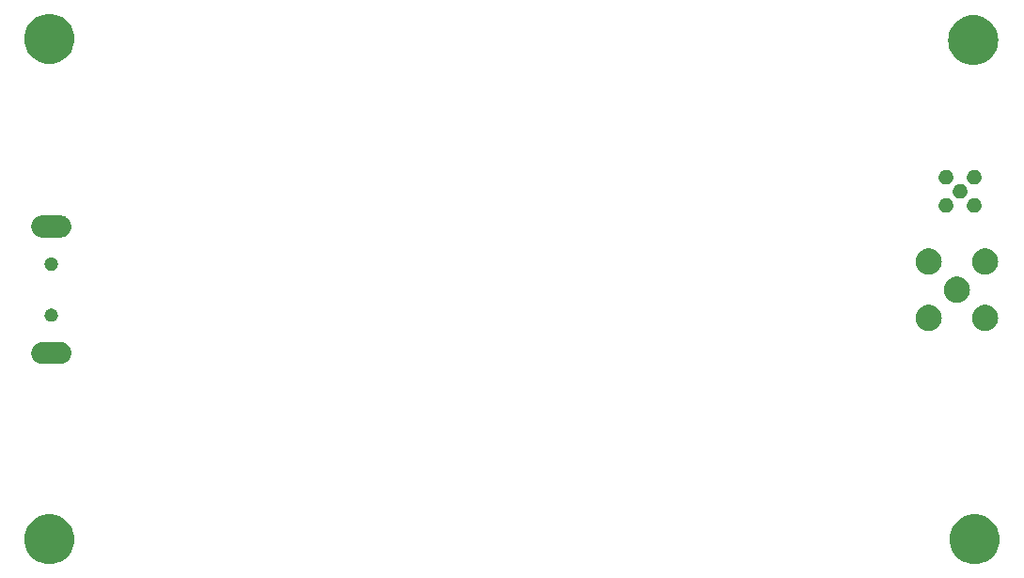
<source format=gbr>
G04 #@! TF.GenerationSoftware,KiCad,Pcbnew,7.0.6*
G04 #@! TF.CreationDate,2023-07-12T10:32:07-06:00*
G04 #@! TF.ProjectId,L1IFStream,4c314946-5374-4726-9561-6d2e6b696361,A*
G04 #@! TF.SameCoordinates,Original*
G04 #@! TF.FileFunction,Soldermask,Bot*
G04 #@! TF.FilePolarity,Negative*
%FSLAX46Y46*%
G04 Gerber Fmt 4.6, Leading zero omitted, Abs format (unit mm)*
G04 Created by KiCad (PCBNEW 7.0.6) date 2023-07-12 10:32:07*
%MOMM*%
%LPD*%
G01*
G04 APERTURE LIST*
G04 APERTURE END LIST*
G36*
X93003788Y-118418456D02*
G01*
X93292550Y-118475894D01*
X93571344Y-118570532D01*
X93835400Y-118700750D01*
X94080200Y-118864320D01*
X94301556Y-119058444D01*
X94495680Y-119279800D01*
X94659250Y-119524600D01*
X94789468Y-119788656D01*
X94884106Y-120067450D01*
X94941544Y-120356212D01*
X94960800Y-120650000D01*
X94941544Y-120943788D01*
X94884106Y-121232550D01*
X94789468Y-121511344D01*
X94659250Y-121775400D01*
X94495680Y-122020200D01*
X94301556Y-122241556D01*
X94080200Y-122435680D01*
X93835400Y-122599250D01*
X93571344Y-122729468D01*
X93292550Y-122824106D01*
X93003788Y-122881544D01*
X92710000Y-122900800D01*
X92416212Y-122881544D01*
X92127450Y-122824106D01*
X91848656Y-122729468D01*
X91584600Y-122599250D01*
X91339800Y-122435680D01*
X91118444Y-122241556D01*
X90924320Y-122020200D01*
X90760750Y-121775400D01*
X90630532Y-121511344D01*
X90535894Y-121232550D01*
X90478456Y-120943788D01*
X90459200Y-120650000D01*
X90478456Y-120356212D01*
X90535894Y-120067450D01*
X90630532Y-119788656D01*
X90760750Y-119524600D01*
X90924320Y-119279800D01*
X91118444Y-119058444D01*
X91339800Y-118864320D01*
X91584600Y-118700750D01*
X91848656Y-118570532D01*
X92127450Y-118475894D01*
X92416212Y-118418456D01*
X92710000Y-118399200D01*
X93003788Y-118418456D01*
G37*
G36*
X176315788Y-118418456D02*
G01*
X176604550Y-118475894D01*
X176883344Y-118570532D01*
X177147400Y-118700750D01*
X177392200Y-118864320D01*
X177613556Y-119058444D01*
X177807680Y-119279800D01*
X177971250Y-119524600D01*
X178101468Y-119788656D01*
X178196106Y-120067450D01*
X178253544Y-120356212D01*
X178272800Y-120650000D01*
X178253544Y-120943788D01*
X178196106Y-121232550D01*
X178101468Y-121511344D01*
X177971250Y-121775400D01*
X177807680Y-122020200D01*
X177613556Y-122241556D01*
X177392200Y-122435680D01*
X177147400Y-122599250D01*
X176883344Y-122729468D01*
X176604550Y-122824106D01*
X176315788Y-122881544D01*
X176022000Y-122900800D01*
X175728212Y-122881544D01*
X175439450Y-122824106D01*
X175160656Y-122729468D01*
X174896600Y-122599250D01*
X174651800Y-122435680D01*
X174430444Y-122241556D01*
X174236320Y-122020200D01*
X174072750Y-121775400D01*
X173942532Y-121511344D01*
X173847894Y-121232550D01*
X173790456Y-120943788D01*
X173771200Y-120650000D01*
X173790456Y-120356212D01*
X173847894Y-120067450D01*
X173942532Y-119788656D01*
X174072750Y-119524600D01*
X174236320Y-119279800D01*
X174430444Y-119058444D01*
X174651800Y-118864320D01*
X174896600Y-118700750D01*
X175160656Y-118570532D01*
X175439450Y-118475894D01*
X175728212Y-118418456D01*
X176022000Y-118399200D01*
X176315788Y-118418456D01*
G37*
G36*
X93724841Y-102863524D02*
G01*
X93771134Y-102865730D01*
X93772138Y-102865923D01*
X93780249Y-102866335D01*
X93870473Y-102884876D01*
X93960798Y-102902285D01*
X93966716Y-102904654D01*
X93978603Y-102907097D01*
X94059015Y-102941604D01*
X94137332Y-102972958D01*
X94147896Y-102979747D01*
X94164690Y-102986954D01*
X94231890Y-103033726D01*
X94297302Y-103075764D01*
X94310857Y-103088689D01*
X94330894Y-103102635D01*
X94383271Y-103157736D01*
X94434925Y-103206988D01*
X94449367Y-103227268D01*
X94470408Y-103249404D01*
X94507460Y-103308848D01*
X94545226Y-103361883D01*
X94558133Y-103390146D01*
X94577523Y-103421254D01*
X94599761Y-103481298D01*
X94624220Y-103534856D01*
X94632997Y-103571040D01*
X94647852Y-103611147D01*
X94656632Y-103668466D01*
X94669050Y-103719652D01*
X94671115Y-103763005D01*
X94678515Y-103811310D01*
X94675885Y-103863152D01*
X94678098Y-103909588D01*
X94671042Y-103958659D01*
X94668259Y-104013549D01*
X94656771Y-104057914D01*
X94651035Y-104097816D01*
X94632795Y-104150515D01*
X94617502Y-104209583D01*
X94600012Y-104245238D01*
X94588843Y-104277510D01*
X94557851Y-104331188D01*
X94528323Y-104391387D01*
X94507754Y-104417959D01*
X94493765Y-104442190D01*
X94449098Y-104493737D01*
X94404373Y-104551518D01*
X94383513Y-104569425D01*
X94369237Y-104585901D01*
X94310670Y-104631958D01*
X94250725Y-104683420D01*
X94232056Y-104693781D01*
X94219764Y-104703449D01*
X94147778Y-104740560D01*
X94073671Y-104781693D01*
X94059159Y-104786245D01*
X94050751Y-104790581D01*
X93966462Y-104815330D01*
X93880460Y-104842314D01*
X93871440Y-104843231D01*
X93868294Y-104844155D01*
X93770805Y-104853464D01*
X93679000Y-104862800D01*
X93673045Y-104862800D01*
X92081967Y-104862800D01*
X92079000Y-104862800D01*
X92032999Y-104860467D01*
X91986865Y-104858269D01*
X91985866Y-104858076D01*
X91977751Y-104857665D01*
X91887462Y-104839110D01*
X91797201Y-104821714D01*
X91791287Y-104819346D01*
X91779397Y-104816903D01*
X91698964Y-104782386D01*
X91620667Y-104751041D01*
X91610105Y-104744253D01*
X91593310Y-104737046D01*
X91526102Y-104690268D01*
X91460697Y-104648235D01*
X91447142Y-104635310D01*
X91427106Y-104621365D01*
X91374728Y-104566263D01*
X91323074Y-104517011D01*
X91308631Y-104496729D01*
X91287592Y-104474596D01*
X91250541Y-104415154D01*
X91212773Y-104362116D01*
X91199864Y-104333850D01*
X91180477Y-104302746D01*
X91158241Y-104242707D01*
X91133779Y-104189143D01*
X91124999Y-104152953D01*
X91110148Y-104112853D01*
X91101368Y-104055542D01*
X91088949Y-104004347D01*
X91086883Y-103960985D01*
X91079485Y-103912690D01*
X91082113Y-103860857D01*
X91079901Y-103814411D01*
X91086958Y-103765327D01*
X91089741Y-103710451D01*
X91101225Y-103666095D01*
X91106964Y-103626183D01*
X91125208Y-103573468D01*
X91140498Y-103514417D01*
X91157983Y-103478770D01*
X91169156Y-103446489D01*
X91200157Y-103392793D01*
X91229677Y-103332613D01*
X91250239Y-103306048D01*
X91264234Y-103281809D01*
X91308917Y-103230242D01*
X91353627Y-103172482D01*
X91374479Y-103154581D01*
X91388762Y-103138098D01*
X91447354Y-103092020D01*
X91507275Y-103040580D01*
X91525935Y-103030222D01*
X91538235Y-103020550D01*
X91610260Y-102983418D01*
X91684329Y-102942307D01*
X91698832Y-102937756D01*
X91707248Y-102933418D01*
X91791601Y-102908649D01*
X91877540Y-102881686D01*
X91886553Y-102880769D01*
X91889705Y-102879844D01*
X91987283Y-102870526D01*
X92079000Y-102861200D01*
X93679000Y-102861200D01*
X93724841Y-102863524D01*
G37*
G36*
X171933882Y-99531216D02*
G01*
X171990489Y-99531216D01*
X172040290Y-99540525D01*
X172086088Y-99544532D01*
X172142297Y-99559593D01*
X172203773Y-99571085D01*
X172245470Y-99587238D01*
X172283982Y-99597558D01*
X172342287Y-99624746D01*
X172406099Y-99649467D01*
X172439034Y-99669860D01*
X172469663Y-99684142D01*
X172527437Y-99724596D01*
X172590578Y-99763691D01*
X172614780Y-99785754D01*
X172637480Y-99801649D01*
X172691781Y-99855950D01*
X172750927Y-99909869D01*
X172767048Y-99931217D01*
X172782352Y-99946521D01*
X172830091Y-100014699D01*
X172881685Y-100083021D01*
X172890928Y-100101583D01*
X172899856Y-100114334D01*
X172937866Y-100195847D01*
X172978401Y-100277252D01*
X172982432Y-100291419D01*
X172986441Y-100300017D01*
X173011706Y-100394309D01*
X173037780Y-100485947D01*
X173038582Y-100494611D01*
X173039467Y-100497911D01*
X173049243Y-100609661D01*
X173057800Y-100702000D01*
X173049241Y-100794364D01*
X173039467Y-100906088D01*
X173038583Y-100909387D01*
X173037780Y-100918053D01*
X173011702Y-101009706D01*
X172986441Y-101103982D01*
X172982432Y-101112577D01*
X172978401Y-101126748D01*
X172937859Y-101208165D01*
X172899857Y-101289663D01*
X172890930Y-101302410D01*
X172881685Y-101320979D01*
X172830074Y-101389322D01*
X172782350Y-101457480D01*
X172767051Y-101472778D01*
X172750927Y-101494131D01*
X172691770Y-101548059D01*
X172637480Y-101602350D01*
X172614785Y-101618241D01*
X172590578Y-101640309D01*
X172527425Y-101679411D01*
X172469663Y-101719857D01*
X172439041Y-101734135D01*
X172406099Y-101754533D01*
X172342274Y-101779258D01*
X172283982Y-101806441D01*
X172245478Y-101816758D01*
X172203773Y-101832915D01*
X172142285Y-101844408D01*
X172086088Y-101859467D01*
X172040300Y-101863472D01*
X171990489Y-101872784D01*
X171933870Y-101872784D01*
X171881999Y-101877322D01*
X171830128Y-101872784D01*
X171773511Y-101872784D01*
X171723700Y-101863472D01*
X171677911Y-101859467D01*
X171621711Y-101844408D01*
X171560227Y-101832915D01*
X171518523Y-101816758D01*
X171480017Y-101806441D01*
X171421719Y-101779256D01*
X171357901Y-101754533D01*
X171324961Y-101734137D01*
X171294336Y-101719857D01*
X171236566Y-101679405D01*
X171173422Y-101640309D01*
X171149217Y-101618244D01*
X171126519Y-101602350D01*
X171072218Y-101548049D01*
X171013073Y-101494131D01*
X170996951Y-101472782D01*
X170981649Y-101457480D01*
X170933911Y-101389304D01*
X170882315Y-101320979D01*
X170873071Y-101302415D01*
X170864142Y-101289663D01*
X170826124Y-101208134D01*
X170785599Y-101126748D01*
X170781568Y-101112583D01*
X170777558Y-101103982D01*
X170752280Y-101009646D01*
X170726220Y-100918053D01*
X170725417Y-100909392D01*
X170724532Y-100906088D01*
X170714739Y-100794161D01*
X170706200Y-100702000D01*
X170714739Y-100609845D01*
X170724532Y-100497911D01*
X170725417Y-100494605D01*
X170726220Y-100485947D01*
X170752275Y-100394370D01*
X170777558Y-100300017D01*
X170781569Y-100291414D01*
X170785599Y-100277252D01*
X170826117Y-100195879D01*
X170864143Y-100114334D01*
X170873074Y-100101578D01*
X170882315Y-100083021D01*
X170933895Y-100014717D01*
X170981647Y-99946521D01*
X170996954Y-99931213D01*
X171013073Y-99909869D01*
X171072206Y-99855961D01*
X171126521Y-99801647D01*
X171149225Y-99785749D01*
X171173422Y-99763691D01*
X171236547Y-99724605D01*
X171294334Y-99684143D01*
X171324967Y-99669858D01*
X171357901Y-99649467D01*
X171421707Y-99624748D01*
X171480017Y-99597558D01*
X171518531Y-99587237D01*
X171560227Y-99571085D01*
X171621699Y-99559594D01*
X171677911Y-99544532D01*
X171723710Y-99540525D01*
X171773511Y-99531216D01*
X171830118Y-99531216D01*
X171882000Y-99526677D01*
X171933882Y-99531216D01*
G37*
G36*
X177013882Y-99531216D02*
G01*
X177070489Y-99531216D01*
X177120290Y-99540525D01*
X177166088Y-99544532D01*
X177222297Y-99559593D01*
X177283773Y-99571085D01*
X177325470Y-99587238D01*
X177363982Y-99597558D01*
X177422287Y-99624746D01*
X177486099Y-99649467D01*
X177519034Y-99669860D01*
X177549663Y-99684142D01*
X177607437Y-99724596D01*
X177670578Y-99763691D01*
X177694780Y-99785754D01*
X177717480Y-99801649D01*
X177771781Y-99855950D01*
X177830927Y-99909869D01*
X177847048Y-99931217D01*
X177862352Y-99946521D01*
X177910091Y-100014699D01*
X177961685Y-100083021D01*
X177970928Y-100101583D01*
X177979856Y-100114334D01*
X178017866Y-100195847D01*
X178058401Y-100277252D01*
X178062432Y-100291419D01*
X178066441Y-100300017D01*
X178091706Y-100394309D01*
X178117780Y-100485947D01*
X178118582Y-100494611D01*
X178119467Y-100497911D01*
X178129243Y-100609661D01*
X178137800Y-100702000D01*
X178129241Y-100794364D01*
X178119467Y-100906088D01*
X178118583Y-100909387D01*
X178117780Y-100918053D01*
X178091702Y-101009706D01*
X178066441Y-101103982D01*
X178062432Y-101112577D01*
X178058401Y-101126748D01*
X178017859Y-101208165D01*
X177979857Y-101289663D01*
X177970930Y-101302410D01*
X177961685Y-101320979D01*
X177910074Y-101389322D01*
X177862350Y-101457480D01*
X177847051Y-101472778D01*
X177830927Y-101494131D01*
X177771770Y-101548059D01*
X177717480Y-101602350D01*
X177694785Y-101618241D01*
X177670578Y-101640309D01*
X177607425Y-101679411D01*
X177549663Y-101719857D01*
X177519041Y-101734135D01*
X177486099Y-101754533D01*
X177422274Y-101779258D01*
X177363982Y-101806441D01*
X177325478Y-101816758D01*
X177283773Y-101832915D01*
X177222285Y-101844408D01*
X177166088Y-101859467D01*
X177120300Y-101863472D01*
X177070489Y-101872784D01*
X177013870Y-101872784D01*
X176961999Y-101877322D01*
X176910128Y-101872784D01*
X176853511Y-101872784D01*
X176803700Y-101863472D01*
X176757911Y-101859467D01*
X176701711Y-101844408D01*
X176640227Y-101832915D01*
X176598523Y-101816758D01*
X176560017Y-101806441D01*
X176501719Y-101779256D01*
X176437901Y-101754533D01*
X176404961Y-101734137D01*
X176374336Y-101719857D01*
X176316566Y-101679405D01*
X176253422Y-101640309D01*
X176229217Y-101618244D01*
X176206519Y-101602350D01*
X176152218Y-101548049D01*
X176093073Y-101494131D01*
X176076951Y-101472782D01*
X176061649Y-101457480D01*
X176013911Y-101389304D01*
X175962315Y-101320979D01*
X175953071Y-101302415D01*
X175944142Y-101289663D01*
X175906124Y-101208134D01*
X175865599Y-101126748D01*
X175861568Y-101112583D01*
X175857558Y-101103982D01*
X175832280Y-101009646D01*
X175806220Y-100918053D01*
X175805417Y-100909392D01*
X175804532Y-100906088D01*
X175794740Y-100794171D01*
X175786200Y-100702000D01*
X175794738Y-100609855D01*
X175804532Y-100497911D01*
X175805417Y-100494605D01*
X175806220Y-100485947D01*
X175832275Y-100394370D01*
X175857558Y-100300017D01*
X175861569Y-100291414D01*
X175865599Y-100277252D01*
X175906117Y-100195879D01*
X175944143Y-100114334D01*
X175953074Y-100101578D01*
X175962315Y-100083021D01*
X176013895Y-100014717D01*
X176061647Y-99946521D01*
X176076954Y-99931213D01*
X176093073Y-99909869D01*
X176152206Y-99855961D01*
X176206521Y-99801647D01*
X176229225Y-99785749D01*
X176253422Y-99763691D01*
X176316547Y-99724605D01*
X176374334Y-99684143D01*
X176404967Y-99669858D01*
X176437901Y-99649467D01*
X176501707Y-99624748D01*
X176560017Y-99597558D01*
X176598531Y-99587237D01*
X176640227Y-99571085D01*
X176701699Y-99559594D01*
X176757911Y-99544532D01*
X176803710Y-99540525D01*
X176853511Y-99531216D01*
X176910118Y-99531216D01*
X176962000Y-99526677D01*
X177013882Y-99531216D01*
G37*
G36*
X92920633Y-99866681D02*
G01*
X93012514Y-99877034D01*
X93020502Y-99879829D01*
X93034498Y-99881672D01*
X93082009Y-99901351D01*
X93139332Y-99921410D01*
X93156543Y-99932224D01*
X93179400Y-99941692D01*
X93214610Y-99968709D01*
X93253097Y-99992892D01*
X93276087Y-100015882D01*
X93303830Y-100037170D01*
X93325117Y-100064912D01*
X93348107Y-100087902D01*
X93372288Y-100126387D01*
X93399308Y-100161600D01*
X93408775Y-100184457D01*
X93419589Y-100201667D01*
X93439644Y-100258980D01*
X93459328Y-100306502D01*
X93461170Y-100320500D01*
X93463965Y-100328485D01*
X93474312Y-100420320D01*
X93479800Y-100462000D01*
X93474312Y-100503681D01*
X93463965Y-100595514D01*
X93461171Y-100603498D01*
X93459328Y-100617498D01*
X93439641Y-100665024D01*
X93419589Y-100722332D01*
X93408777Y-100739539D01*
X93399308Y-100762400D01*
X93372284Y-100797617D01*
X93348107Y-100836097D01*
X93325120Y-100859083D01*
X93303830Y-100886830D01*
X93276083Y-100908120D01*
X93253097Y-100931107D01*
X93214617Y-100955284D01*
X93179400Y-100982308D01*
X93156539Y-100991777D01*
X93139332Y-101002589D01*
X93082024Y-101022641D01*
X93034498Y-101042328D01*
X93020498Y-101044171D01*
X93012514Y-101046965D01*
X92920681Y-101057312D01*
X92879000Y-101062800D01*
X92837320Y-101057312D01*
X92745485Y-101046965D01*
X92737500Y-101044170D01*
X92723502Y-101042328D01*
X92675980Y-101022644D01*
X92618667Y-101002589D01*
X92601457Y-100991775D01*
X92578600Y-100982308D01*
X92543387Y-100955288D01*
X92504902Y-100931107D01*
X92481912Y-100908117D01*
X92454170Y-100886830D01*
X92432882Y-100859087D01*
X92409892Y-100836097D01*
X92385709Y-100797610D01*
X92358692Y-100762400D01*
X92349224Y-100739543D01*
X92338410Y-100722332D01*
X92318351Y-100665009D01*
X92298672Y-100617498D01*
X92296829Y-100603502D01*
X92294034Y-100595514D01*
X92283680Y-100503629D01*
X92278200Y-100462000D01*
X92283680Y-100420372D01*
X92294034Y-100328485D01*
X92296829Y-100320495D01*
X92298672Y-100306502D01*
X92318349Y-100258996D01*
X92338410Y-100201667D01*
X92349225Y-100184453D01*
X92358692Y-100161600D01*
X92385706Y-100126394D01*
X92409892Y-100087902D01*
X92432885Y-100064908D01*
X92454170Y-100037170D01*
X92481908Y-100015885D01*
X92504902Y-99992892D01*
X92543394Y-99968706D01*
X92578600Y-99941692D01*
X92601453Y-99932225D01*
X92618667Y-99921410D01*
X92675996Y-99901349D01*
X92723502Y-99881672D01*
X92737495Y-99879829D01*
X92745485Y-99877034D01*
X92837376Y-99866679D01*
X92879000Y-99861200D01*
X92920633Y-99866681D01*
G37*
G36*
X174473882Y-96991216D02*
G01*
X174530489Y-96991216D01*
X174580290Y-97000525D01*
X174626088Y-97004532D01*
X174682297Y-97019593D01*
X174743773Y-97031085D01*
X174785470Y-97047238D01*
X174823982Y-97057558D01*
X174882287Y-97084746D01*
X174946099Y-97109467D01*
X174979034Y-97129860D01*
X175009663Y-97144142D01*
X175067437Y-97184596D01*
X175130578Y-97223691D01*
X175154780Y-97245754D01*
X175177480Y-97261649D01*
X175231781Y-97315950D01*
X175290927Y-97369869D01*
X175307048Y-97391217D01*
X175322352Y-97406521D01*
X175370091Y-97474699D01*
X175421685Y-97543021D01*
X175430928Y-97561583D01*
X175439856Y-97574334D01*
X175477866Y-97655847D01*
X175518401Y-97737252D01*
X175522432Y-97751419D01*
X175526441Y-97760017D01*
X175551706Y-97854309D01*
X175577780Y-97945947D01*
X175578582Y-97954611D01*
X175579467Y-97957911D01*
X175589242Y-98069652D01*
X175597800Y-98162000D01*
X175589242Y-98254355D01*
X175579467Y-98366088D01*
X175578583Y-98369387D01*
X175577780Y-98378053D01*
X175551702Y-98469706D01*
X175526441Y-98563982D01*
X175522432Y-98572577D01*
X175518401Y-98586748D01*
X175477859Y-98668165D01*
X175439857Y-98749663D01*
X175430930Y-98762410D01*
X175421685Y-98780979D01*
X175370074Y-98849322D01*
X175322350Y-98917480D01*
X175307051Y-98932778D01*
X175290927Y-98954131D01*
X175231770Y-99008059D01*
X175177480Y-99062350D01*
X175154785Y-99078241D01*
X175130578Y-99100309D01*
X175067425Y-99139411D01*
X175009663Y-99179857D01*
X174979041Y-99194135D01*
X174946099Y-99214533D01*
X174882274Y-99239258D01*
X174823982Y-99266441D01*
X174785478Y-99276758D01*
X174743773Y-99292915D01*
X174682285Y-99304408D01*
X174626088Y-99319467D01*
X174580300Y-99323472D01*
X174530489Y-99332784D01*
X174473870Y-99332784D01*
X174421999Y-99337322D01*
X174370128Y-99332784D01*
X174313511Y-99332784D01*
X174263700Y-99323472D01*
X174217911Y-99319467D01*
X174161711Y-99304408D01*
X174100227Y-99292915D01*
X174058523Y-99276758D01*
X174020017Y-99266441D01*
X173961719Y-99239256D01*
X173897901Y-99214533D01*
X173864961Y-99194137D01*
X173834336Y-99179857D01*
X173776566Y-99139405D01*
X173713422Y-99100309D01*
X173689217Y-99078244D01*
X173666519Y-99062350D01*
X173612218Y-99008049D01*
X173553073Y-98954131D01*
X173536951Y-98932782D01*
X173521649Y-98917480D01*
X173473911Y-98849304D01*
X173422315Y-98780979D01*
X173413071Y-98762415D01*
X173404142Y-98749663D01*
X173366124Y-98668134D01*
X173325599Y-98586748D01*
X173321568Y-98572583D01*
X173317558Y-98563982D01*
X173292280Y-98469646D01*
X173266220Y-98378053D01*
X173265417Y-98369392D01*
X173264532Y-98366088D01*
X173254739Y-98254161D01*
X173246200Y-98162000D01*
X173254739Y-98069845D01*
X173264532Y-97957911D01*
X173265417Y-97954605D01*
X173266220Y-97945947D01*
X173292275Y-97854370D01*
X173317558Y-97760017D01*
X173321569Y-97751414D01*
X173325599Y-97737252D01*
X173366117Y-97655879D01*
X173404143Y-97574334D01*
X173413074Y-97561578D01*
X173422315Y-97543021D01*
X173473895Y-97474717D01*
X173521647Y-97406521D01*
X173536954Y-97391213D01*
X173553073Y-97369869D01*
X173612206Y-97315961D01*
X173666521Y-97261647D01*
X173689225Y-97245749D01*
X173713422Y-97223691D01*
X173776547Y-97184605D01*
X173834334Y-97144143D01*
X173864967Y-97129858D01*
X173897901Y-97109467D01*
X173961707Y-97084748D01*
X174020017Y-97057558D01*
X174058531Y-97047237D01*
X174100227Y-97031085D01*
X174161699Y-97019594D01*
X174217911Y-97004532D01*
X174263710Y-97000525D01*
X174313511Y-96991216D01*
X174370118Y-96991216D01*
X174422000Y-96986677D01*
X174473882Y-96991216D01*
G37*
G36*
X171933882Y-94451216D02*
G01*
X171990489Y-94451216D01*
X172040290Y-94460525D01*
X172086088Y-94464532D01*
X172142297Y-94479593D01*
X172203773Y-94491085D01*
X172245470Y-94507238D01*
X172283982Y-94517558D01*
X172342287Y-94544746D01*
X172406099Y-94569467D01*
X172439034Y-94589860D01*
X172469663Y-94604142D01*
X172527437Y-94644596D01*
X172590578Y-94683691D01*
X172614780Y-94705754D01*
X172637480Y-94721649D01*
X172691781Y-94775950D01*
X172750927Y-94829869D01*
X172767048Y-94851217D01*
X172782352Y-94866521D01*
X172830091Y-94934699D01*
X172881685Y-95003021D01*
X172890928Y-95021583D01*
X172899856Y-95034334D01*
X172937866Y-95115847D01*
X172978401Y-95197252D01*
X172982432Y-95211419D01*
X172986441Y-95220017D01*
X173011706Y-95314309D01*
X173037780Y-95405947D01*
X173038582Y-95414611D01*
X173039467Y-95417911D01*
X173049243Y-95529661D01*
X173057800Y-95622000D01*
X173049241Y-95714364D01*
X173039467Y-95826088D01*
X173038583Y-95829387D01*
X173037780Y-95838053D01*
X173011702Y-95929706D01*
X172986441Y-96023982D01*
X172982432Y-96032577D01*
X172978401Y-96046748D01*
X172937859Y-96128165D01*
X172899857Y-96209663D01*
X172890930Y-96222410D01*
X172881685Y-96240979D01*
X172830074Y-96309322D01*
X172782350Y-96377480D01*
X172767051Y-96392778D01*
X172750927Y-96414131D01*
X172691770Y-96468059D01*
X172637480Y-96522350D01*
X172614785Y-96538241D01*
X172590578Y-96560309D01*
X172527425Y-96599411D01*
X172469663Y-96639857D01*
X172439041Y-96654135D01*
X172406099Y-96674533D01*
X172342274Y-96699258D01*
X172283982Y-96726441D01*
X172245478Y-96736758D01*
X172203773Y-96752915D01*
X172142285Y-96764408D01*
X172086088Y-96779467D01*
X172040300Y-96783472D01*
X171990489Y-96792784D01*
X171933870Y-96792784D01*
X171881999Y-96797322D01*
X171830128Y-96792784D01*
X171773511Y-96792784D01*
X171723700Y-96783472D01*
X171677911Y-96779467D01*
X171621711Y-96764408D01*
X171560227Y-96752915D01*
X171518523Y-96736758D01*
X171480017Y-96726441D01*
X171421719Y-96699256D01*
X171357901Y-96674533D01*
X171324961Y-96654137D01*
X171294336Y-96639857D01*
X171236566Y-96599405D01*
X171173422Y-96560309D01*
X171149217Y-96538244D01*
X171126519Y-96522350D01*
X171072218Y-96468049D01*
X171013073Y-96414131D01*
X170996951Y-96392782D01*
X170981649Y-96377480D01*
X170933911Y-96309304D01*
X170882315Y-96240979D01*
X170873071Y-96222415D01*
X170864142Y-96209663D01*
X170826124Y-96128134D01*
X170785599Y-96046748D01*
X170781568Y-96032583D01*
X170777558Y-96023982D01*
X170752280Y-95929646D01*
X170726220Y-95838053D01*
X170725417Y-95829392D01*
X170724532Y-95826088D01*
X170714739Y-95714161D01*
X170706200Y-95622000D01*
X170714739Y-95529845D01*
X170724532Y-95417911D01*
X170725417Y-95414605D01*
X170726220Y-95405947D01*
X170752275Y-95314370D01*
X170777558Y-95220017D01*
X170781569Y-95211414D01*
X170785599Y-95197252D01*
X170826117Y-95115879D01*
X170864143Y-95034334D01*
X170873074Y-95021578D01*
X170882315Y-95003021D01*
X170933895Y-94934717D01*
X170981647Y-94866521D01*
X170996954Y-94851213D01*
X171013073Y-94829869D01*
X171072206Y-94775961D01*
X171126521Y-94721647D01*
X171149225Y-94705749D01*
X171173422Y-94683691D01*
X171236547Y-94644605D01*
X171294334Y-94604143D01*
X171324967Y-94589858D01*
X171357901Y-94569467D01*
X171421707Y-94544748D01*
X171480017Y-94517558D01*
X171518531Y-94507237D01*
X171560227Y-94491085D01*
X171621699Y-94479594D01*
X171677911Y-94464532D01*
X171723710Y-94460525D01*
X171773511Y-94451216D01*
X171830118Y-94451216D01*
X171882000Y-94446677D01*
X171933882Y-94451216D01*
G37*
G36*
X177013882Y-94451216D02*
G01*
X177070489Y-94451216D01*
X177120290Y-94460525D01*
X177166088Y-94464532D01*
X177222297Y-94479593D01*
X177283773Y-94491085D01*
X177325470Y-94507238D01*
X177363982Y-94517558D01*
X177422287Y-94544746D01*
X177486099Y-94569467D01*
X177519034Y-94589860D01*
X177549663Y-94604142D01*
X177607437Y-94644596D01*
X177670578Y-94683691D01*
X177694780Y-94705754D01*
X177717480Y-94721649D01*
X177771781Y-94775950D01*
X177830927Y-94829869D01*
X177847048Y-94851217D01*
X177862352Y-94866521D01*
X177910091Y-94934699D01*
X177961685Y-95003021D01*
X177970928Y-95021583D01*
X177979856Y-95034334D01*
X178017866Y-95115847D01*
X178058401Y-95197252D01*
X178062432Y-95211419D01*
X178066441Y-95220017D01*
X178091706Y-95314309D01*
X178117780Y-95405947D01*
X178118582Y-95414611D01*
X178119467Y-95417911D01*
X178129243Y-95529661D01*
X178137800Y-95622000D01*
X178129241Y-95714364D01*
X178119467Y-95826088D01*
X178118583Y-95829387D01*
X178117780Y-95838053D01*
X178091702Y-95929706D01*
X178066441Y-96023982D01*
X178062432Y-96032577D01*
X178058401Y-96046748D01*
X178017859Y-96128165D01*
X177979857Y-96209663D01*
X177970930Y-96222410D01*
X177961685Y-96240979D01*
X177910074Y-96309322D01*
X177862350Y-96377480D01*
X177847051Y-96392778D01*
X177830927Y-96414131D01*
X177771770Y-96468059D01*
X177717480Y-96522350D01*
X177694785Y-96538241D01*
X177670578Y-96560309D01*
X177607425Y-96599411D01*
X177549663Y-96639857D01*
X177519041Y-96654135D01*
X177486099Y-96674533D01*
X177422274Y-96699258D01*
X177363982Y-96726441D01*
X177325478Y-96736758D01*
X177283773Y-96752915D01*
X177222285Y-96764408D01*
X177166088Y-96779467D01*
X177120300Y-96783472D01*
X177070489Y-96792784D01*
X177013870Y-96792784D01*
X176961999Y-96797322D01*
X176910128Y-96792784D01*
X176853511Y-96792784D01*
X176803700Y-96783472D01*
X176757911Y-96779467D01*
X176701711Y-96764408D01*
X176640227Y-96752915D01*
X176598523Y-96736758D01*
X176560017Y-96726441D01*
X176501719Y-96699256D01*
X176437901Y-96674533D01*
X176404961Y-96654137D01*
X176374336Y-96639857D01*
X176316566Y-96599405D01*
X176253422Y-96560309D01*
X176229217Y-96538244D01*
X176206519Y-96522350D01*
X176152218Y-96468049D01*
X176093073Y-96414131D01*
X176076951Y-96392782D01*
X176061649Y-96377480D01*
X176013911Y-96309304D01*
X175962315Y-96240979D01*
X175953071Y-96222415D01*
X175944142Y-96209663D01*
X175906124Y-96128134D01*
X175865599Y-96046748D01*
X175861568Y-96032583D01*
X175857558Y-96023982D01*
X175832280Y-95929646D01*
X175806220Y-95838053D01*
X175805417Y-95829392D01*
X175804532Y-95826088D01*
X175794740Y-95714171D01*
X175786200Y-95622000D01*
X175794738Y-95529855D01*
X175804532Y-95417911D01*
X175805417Y-95414605D01*
X175806220Y-95405947D01*
X175832275Y-95314370D01*
X175857558Y-95220017D01*
X175861569Y-95211414D01*
X175865599Y-95197252D01*
X175906117Y-95115879D01*
X175944143Y-95034334D01*
X175953074Y-95021578D01*
X175962315Y-95003021D01*
X176013895Y-94934717D01*
X176061647Y-94866521D01*
X176076954Y-94851213D01*
X176093073Y-94829869D01*
X176152206Y-94775961D01*
X176206521Y-94721647D01*
X176229225Y-94705749D01*
X176253422Y-94683691D01*
X176316547Y-94644605D01*
X176374334Y-94604143D01*
X176404967Y-94589858D01*
X176437901Y-94569467D01*
X176501707Y-94544748D01*
X176560017Y-94517558D01*
X176598531Y-94507237D01*
X176640227Y-94491085D01*
X176701699Y-94479594D01*
X176757911Y-94464532D01*
X176803710Y-94460525D01*
X176853511Y-94451216D01*
X176910118Y-94451216D01*
X176962000Y-94446677D01*
X177013882Y-94451216D01*
G37*
G36*
X92920629Y-95266680D02*
G01*
X93012514Y-95277034D01*
X93020502Y-95279829D01*
X93034498Y-95281672D01*
X93082009Y-95301351D01*
X93139332Y-95321410D01*
X93156543Y-95332224D01*
X93179400Y-95341692D01*
X93214610Y-95368709D01*
X93253097Y-95392892D01*
X93276087Y-95415882D01*
X93303830Y-95437170D01*
X93325117Y-95464912D01*
X93348107Y-95487902D01*
X93372288Y-95526387D01*
X93399308Y-95561600D01*
X93408775Y-95584457D01*
X93419589Y-95601667D01*
X93439644Y-95658980D01*
X93459328Y-95706502D01*
X93461170Y-95720500D01*
X93463965Y-95728485D01*
X93474313Y-95820324D01*
X93479800Y-95862000D01*
X93474311Y-95903685D01*
X93463965Y-95995514D01*
X93461171Y-96003498D01*
X93459328Y-96017498D01*
X93439641Y-96065024D01*
X93419589Y-96122332D01*
X93408777Y-96139539D01*
X93399308Y-96162400D01*
X93372284Y-96197617D01*
X93348107Y-96236097D01*
X93325120Y-96259083D01*
X93303830Y-96286830D01*
X93276083Y-96308120D01*
X93253097Y-96331107D01*
X93214617Y-96355284D01*
X93179400Y-96382308D01*
X93156539Y-96391777D01*
X93139332Y-96402589D01*
X93082024Y-96422641D01*
X93034498Y-96442328D01*
X93020498Y-96444171D01*
X93012514Y-96446965D01*
X92920685Y-96457311D01*
X92879000Y-96462800D01*
X92837324Y-96457313D01*
X92745485Y-96446965D01*
X92737500Y-96444170D01*
X92723502Y-96442328D01*
X92675980Y-96422644D01*
X92618667Y-96402589D01*
X92601457Y-96391775D01*
X92578600Y-96382308D01*
X92543387Y-96355288D01*
X92504902Y-96331107D01*
X92481912Y-96308117D01*
X92454170Y-96286830D01*
X92432882Y-96259087D01*
X92409892Y-96236097D01*
X92385709Y-96197610D01*
X92358692Y-96162400D01*
X92349224Y-96139543D01*
X92338410Y-96122332D01*
X92318351Y-96065009D01*
X92298672Y-96017498D01*
X92296829Y-96003502D01*
X92294034Y-95995514D01*
X92283681Y-95903633D01*
X92278200Y-95862000D01*
X92283679Y-95820376D01*
X92294034Y-95728485D01*
X92296829Y-95720495D01*
X92298672Y-95706502D01*
X92318349Y-95658996D01*
X92338410Y-95601667D01*
X92349225Y-95584453D01*
X92358692Y-95561600D01*
X92385706Y-95526394D01*
X92409892Y-95487902D01*
X92432885Y-95464908D01*
X92454170Y-95437170D01*
X92481908Y-95415885D01*
X92504902Y-95392892D01*
X92543394Y-95368706D01*
X92578600Y-95341692D01*
X92601453Y-95332225D01*
X92618667Y-95321410D01*
X92675996Y-95301349D01*
X92723502Y-95281672D01*
X92737495Y-95279829D01*
X92745485Y-95277034D01*
X92837372Y-95266680D01*
X92879000Y-95261200D01*
X92920629Y-95266680D01*
G37*
G36*
X93724841Y-91463524D02*
G01*
X93771134Y-91465730D01*
X93772138Y-91465923D01*
X93780249Y-91466335D01*
X93870473Y-91484876D01*
X93960798Y-91502285D01*
X93966716Y-91504654D01*
X93978603Y-91507097D01*
X94059015Y-91541604D01*
X94137332Y-91572958D01*
X94147896Y-91579747D01*
X94164690Y-91586954D01*
X94231890Y-91633726D01*
X94297302Y-91675764D01*
X94310857Y-91688689D01*
X94330894Y-91702635D01*
X94383271Y-91757736D01*
X94434925Y-91806988D01*
X94449367Y-91827268D01*
X94470408Y-91849404D01*
X94507460Y-91908848D01*
X94545226Y-91961883D01*
X94558133Y-91990146D01*
X94577523Y-92021254D01*
X94599761Y-92081298D01*
X94624220Y-92134856D01*
X94632997Y-92171040D01*
X94647852Y-92211147D01*
X94656632Y-92268466D01*
X94669050Y-92319652D01*
X94671115Y-92363005D01*
X94678515Y-92411310D01*
X94675885Y-92463152D01*
X94678098Y-92509588D01*
X94671042Y-92558659D01*
X94668259Y-92613549D01*
X94656771Y-92657914D01*
X94651035Y-92697816D01*
X94632795Y-92750515D01*
X94617502Y-92809583D01*
X94600012Y-92845238D01*
X94588843Y-92877510D01*
X94557851Y-92931188D01*
X94528323Y-92991387D01*
X94507754Y-93017959D01*
X94493765Y-93042190D01*
X94449098Y-93093737D01*
X94404373Y-93151518D01*
X94383513Y-93169425D01*
X94369237Y-93185901D01*
X94310670Y-93231958D01*
X94250725Y-93283420D01*
X94232056Y-93293781D01*
X94219764Y-93303449D01*
X94147778Y-93340560D01*
X94073671Y-93381693D01*
X94059159Y-93386245D01*
X94050751Y-93390581D01*
X93966462Y-93415330D01*
X93880460Y-93442314D01*
X93871440Y-93443231D01*
X93868294Y-93444155D01*
X93770805Y-93453464D01*
X93679000Y-93462800D01*
X93673045Y-93462800D01*
X92081967Y-93462800D01*
X92079000Y-93462800D01*
X92032999Y-93460467D01*
X91986865Y-93458269D01*
X91985866Y-93458076D01*
X91977751Y-93457665D01*
X91887462Y-93439110D01*
X91797201Y-93421714D01*
X91791287Y-93419346D01*
X91779397Y-93416903D01*
X91698964Y-93382386D01*
X91620667Y-93351041D01*
X91610105Y-93344253D01*
X91593310Y-93337046D01*
X91526102Y-93290268D01*
X91460697Y-93248235D01*
X91447142Y-93235310D01*
X91427106Y-93221365D01*
X91374728Y-93166263D01*
X91323074Y-93117011D01*
X91308631Y-93096729D01*
X91287592Y-93074596D01*
X91250541Y-93015154D01*
X91212773Y-92962116D01*
X91199864Y-92933850D01*
X91180477Y-92902746D01*
X91158241Y-92842707D01*
X91133779Y-92789143D01*
X91124999Y-92752953D01*
X91110148Y-92712853D01*
X91101368Y-92655542D01*
X91088949Y-92604347D01*
X91086883Y-92560985D01*
X91079485Y-92512690D01*
X91082113Y-92460857D01*
X91079901Y-92414411D01*
X91086958Y-92365327D01*
X91089741Y-92310451D01*
X91101225Y-92266095D01*
X91106964Y-92226183D01*
X91125208Y-92173468D01*
X91140498Y-92114417D01*
X91157983Y-92078770D01*
X91169156Y-92046489D01*
X91200157Y-91992793D01*
X91229677Y-91932613D01*
X91250239Y-91906048D01*
X91264234Y-91881809D01*
X91308917Y-91830242D01*
X91353627Y-91772482D01*
X91374479Y-91754581D01*
X91388762Y-91738098D01*
X91447354Y-91692020D01*
X91507275Y-91640580D01*
X91525935Y-91630222D01*
X91538235Y-91620550D01*
X91610260Y-91583418D01*
X91684329Y-91542307D01*
X91698832Y-91537756D01*
X91707248Y-91533418D01*
X91791601Y-91508649D01*
X91877540Y-91481686D01*
X91886553Y-91480769D01*
X91889705Y-91479844D01*
X91987283Y-91470526D01*
X92079000Y-91461200D01*
X93679000Y-91461200D01*
X93724841Y-91463524D01*
G37*
G36*
X173480396Y-89897791D02*
G01*
X173524856Y-89897791D01*
X173562295Y-89907019D01*
X173593092Y-89910489D01*
X173632925Y-89924427D01*
X173681869Y-89936491D01*
X173710813Y-89951682D01*
X173734704Y-89960042D01*
X173775081Y-89985412D01*
X173825058Y-90011642D01*
X173845137Y-90029430D01*
X173861742Y-90039864D01*
X173899237Y-90077359D01*
X173946101Y-90118877D01*
X173958013Y-90136135D01*
X173967835Y-90145957D01*
X173998706Y-90195089D01*
X174037964Y-90251964D01*
X174043325Y-90266101D01*
X174047657Y-90272995D01*
X174068140Y-90331532D01*
X174095308Y-90403167D01*
X174096424Y-90412362D01*
X174097210Y-90414607D01*
X174103819Y-90473262D01*
X174114800Y-90563700D01*
X174103816Y-90654155D01*
X174097210Y-90712792D01*
X174096424Y-90715036D01*
X174095308Y-90724233D01*
X174068136Y-90795879D01*
X174047657Y-90854404D01*
X174043326Y-90861295D01*
X174037964Y-90875436D01*
X173998699Y-90932320D01*
X173967835Y-90981442D01*
X173958016Y-90991260D01*
X173946101Y-91008523D01*
X173899228Y-91050048D01*
X173861742Y-91087535D01*
X173845141Y-91097965D01*
X173825058Y-91115758D01*
X173775071Y-91141992D01*
X173734704Y-91167357D01*
X173710819Y-91175714D01*
X173681869Y-91190909D01*
X173632915Y-91202974D01*
X173593092Y-91216910D01*
X173562303Y-91220379D01*
X173524856Y-91229609D01*
X173480388Y-91229609D01*
X173444000Y-91233709D01*
X173407612Y-91229609D01*
X173363144Y-91229609D01*
X173325697Y-91220379D01*
X173294907Y-91216910D01*
X173255080Y-91202973D01*
X173206131Y-91190909D01*
X173177182Y-91175715D01*
X173153295Y-91167357D01*
X173112922Y-91141989D01*
X173062942Y-91115758D01*
X173042861Y-91097968D01*
X173026257Y-91087535D01*
X172988762Y-91050040D01*
X172941899Y-91008523D01*
X172929986Y-90991264D01*
X172920164Y-90981442D01*
X172889289Y-90932304D01*
X172850036Y-90875436D01*
X172844674Y-90861299D01*
X172840342Y-90854404D01*
X172819851Y-90795845D01*
X172792692Y-90724233D01*
X172791575Y-90715040D01*
X172790789Y-90712792D01*
X172784168Y-90654036D01*
X172773200Y-90563700D01*
X172784167Y-90473371D01*
X172790789Y-90414607D01*
X172791576Y-90412357D01*
X172792692Y-90403167D01*
X172819846Y-90331566D01*
X172840342Y-90272995D01*
X172844675Y-90266097D01*
X172850036Y-90251964D01*
X172889282Y-90195105D01*
X172920164Y-90145957D01*
X172929988Y-90136132D01*
X172941899Y-90118877D01*
X172988754Y-90077366D01*
X173026257Y-90039864D01*
X173042865Y-90029428D01*
X173062942Y-90011642D01*
X173112912Y-89985415D01*
X173153295Y-89960042D01*
X173177188Y-89951681D01*
X173206131Y-89936491D01*
X173255071Y-89924428D01*
X173294907Y-89910489D01*
X173325705Y-89907018D01*
X173363144Y-89897791D01*
X173407602Y-89897791D01*
X173443999Y-89893690D01*
X173480396Y-89897791D01*
G37*
G36*
X176020396Y-89897791D02*
G01*
X176064856Y-89897791D01*
X176102295Y-89907019D01*
X176133092Y-89910489D01*
X176172925Y-89924427D01*
X176221869Y-89936491D01*
X176250813Y-89951682D01*
X176274704Y-89960042D01*
X176315081Y-89985412D01*
X176365058Y-90011642D01*
X176385137Y-90029430D01*
X176401742Y-90039864D01*
X176439237Y-90077359D01*
X176486101Y-90118877D01*
X176498013Y-90136135D01*
X176507835Y-90145957D01*
X176538706Y-90195089D01*
X176577964Y-90251964D01*
X176583325Y-90266101D01*
X176587657Y-90272995D01*
X176608140Y-90331532D01*
X176635308Y-90403167D01*
X176636424Y-90412362D01*
X176637210Y-90414607D01*
X176643819Y-90473262D01*
X176654800Y-90563700D01*
X176643816Y-90654155D01*
X176637210Y-90712792D01*
X176636424Y-90715036D01*
X176635308Y-90724233D01*
X176608136Y-90795879D01*
X176587657Y-90854404D01*
X176583326Y-90861295D01*
X176577964Y-90875436D01*
X176538699Y-90932320D01*
X176507835Y-90981442D01*
X176498016Y-90991260D01*
X176486101Y-91008523D01*
X176439228Y-91050048D01*
X176401742Y-91087535D01*
X176385141Y-91097965D01*
X176365058Y-91115758D01*
X176315071Y-91141992D01*
X176274704Y-91167357D01*
X176250819Y-91175714D01*
X176221869Y-91190909D01*
X176172915Y-91202974D01*
X176133092Y-91216910D01*
X176102303Y-91220379D01*
X176064856Y-91229609D01*
X176020388Y-91229609D01*
X175984000Y-91233709D01*
X175947612Y-91229609D01*
X175903144Y-91229609D01*
X175865697Y-91220379D01*
X175834907Y-91216910D01*
X175795080Y-91202973D01*
X175746131Y-91190909D01*
X175717182Y-91175715D01*
X175693295Y-91167357D01*
X175652922Y-91141989D01*
X175602942Y-91115758D01*
X175582861Y-91097968D01*
X175566257Y-91087535D01*
X175528762Y-91050040D01*
X175481899Y-91008523D01*
X175469986Y-90991264D01*
X175460164Y-90981442D01*
X175429289Y-90932304D01*
X175390036Y-90875436D01*
X175384674Y-90861299D01*
X175380342Y-90854404D01*
X175359851Y-90795845D01*
X175332692Y-90724233D01*
X175331575Y-90715040D01*
X175330789Y-90712792D01*
X175324169Y-90654041D01*
X175313200Y-90563700D01*
X175324167Y-90473376D01*
X175330789Y-90414607D01*
X175331576Y-90412357D01*
X175332692Y-90403167D01*
X175359846Y-90331566D01*
X175380342Y-90272995D01*
X175384675Y-90266097D01*
X175390036Y-90251964D01*
X175429282Y-90195105D01*
X175460164Y-90145957D01*
X175469988Y-90136132D01*
X175481899Y-90118877D01*
X175528754Y-90077366D01*
X175566257Y-90039864D01*
X175582865Y-90029428D01*
X175602942Y-90011642D01*
X175652912Y-89985415D01*
X175693295Y-89960042D01*
X175717188Y-89951681D01*
X175746131Y-89936491D01*
X175795071Y-89924428D01*
X175834907Y-89910489D01*
X175865705Y-89907018D01*
X175903144Y-89897791D01*
X175947602Y-89897791D01*
X175983999Y-89893690D01*
X176020396Y-89897791D01*
G37*
G36*
X174750396Y-88627791D02*
G01*
X174794856Y-88627791D01*
X174832295Y-88637019D01*
X174863092Y-88640489D01*
X174902925Y-88654427D01*
X174951869Y-88666491D01*
X174980813Y-88681682D01*
X175004704Y-88690042D01*
X175045081Y-88715412D01*
X175095058Y-88741642D01*
X175115137Y-88759430D01*
X175131742Y-88769864D01*
X175169237Y-88807359D01*
X175216101Y-88848877D01*
X175228013Y-88866135D01*
X175237835Y-88875957D01*
X175268706Y-88925089D01*
X175307964Y-88981964D01*
X175313325Y-88996101D01*
X175317657Y-89002995D01*
X175338140Y-89061532D01*
X175365308Y-89133167D01*
X175366424Y-89142362D01*
X175367210Y-89144607D01*
X175373819Y-89203262D01*
X175384800Y-89293700D01*
X175373816Y-89384155D01*
X175367210Y-89442792D01*
X175366424Y-89445036D01*
X175365308Y-89454233D01*
X175338136Y-89525879D01*
X175317657Y-89584404D01*
X175313326Y-89591295D01*
X175307964Y-89605436D01*
X175268699Y-89662320D01*
X175237835Y-89711442D01*
X175228016Y-89721260D01*
X175216101Y-89738523D01*
X175169228Y-89780048D01*
X175131742Y-89817535D01*
X175115141Y-89827965D01*
X175095058Y-89845758D01*
X175045071Y-89871992D01*
X175004704Y-89897357D01*
X174980819Y-89905714D01*
X174951869Y-89920909D01*
X174902915Y-89932974D01*
X174863092Y-89946910D01*
X174832303Y-89950379D01*
X174794856Y-89959609D01*
X174750388Y-89959609D01*
X174714000Y-89963709D01*
X174677612Y-89959609D01*
X174633144Y-89959609D01*
X174595697Y-89950379D01*
X174564907Y-89946910D01*
X174525080Y-89932973D01*
X174476131Y-89920909D01*
X174447182Y-89905715D01*
X174423295Y-89897357D01*
X174382922Y-89871989D01*
X174332942Y-89845758D01*
X174312861Y-89827968D01*
X174296257Y-89817535D01*
X174258762Y-89780040D01*
X174211899Y-89738523D01*
X174199986Y-89721264D01*
X174190164Y-89711442D01*
X174159289Y-89662304D01*
X174120036Y-89605436D01*
X174114674Y-89591299D01*
X174110342Y-89584404D01*
X174089851Y-89525845D01*
X174062692Y-89454233D01*
X174061575Y-89445040D01*
X174060789Y-89442792D01*
X174054168Y-89384036D01*
X174043200Y-89293700D01*
X174054167Y-89203371D01*
X174060789Y-89144607D01*
X174061576Y-89142357D01*
X174062692Y-89133167D01*
X174089846Y-89061566D01*
X174110342Y-89002995D01*
X174114675Y-88996097D01*
X174120036Y-88981964D01*
X174159282Y-88925105D01*
X174190164Y-88875957D01*
X174199988Y-88866132D01*
X174211899Y-88848877D01*
X174258754Y-88807366D01*
X174296257Y-88769864D01*
X174312865Y-88759428D01*
X174332942Y-88741642D01*
X174382912Y-88715415D01*
X174423295Y-88690042D01*
X174447188Y-88681681D01*
X174476131Y-88666491D01*
X174525071Y-88654428D01*
X174564907Y-88640489D01*
X174595705Y-88637018D01*
X174633144Y-88627791D01*
X174677602Y-88627791D01*
X174713999Y-88623690D01*
X174750396Y-88627791D01*
G37*
G36*
X173480397Y-87357791D02*
G01*
X173524856Y-87357791D01*
X173562295Y-87367019D01*
X173593092Y-87370489D01*
X173632925Y-87384427D01*
X173681869Y-87396491D01*
X173710813Y-87411682D01*
X173734704Y-87420042D01*
X173775081Y-87445412D01*
X173825058Y-87471642D01*
X173845137Y-87489430D01*
X173861742Y-87499864D01*
X173899237Y-87537359D01*
X173946101Y-87578877D01*
X173958013Y-87596135D01*
X173967835Y-87605957D01*
X173998706Y-87655089D01*
X174037964Y-87711964D01*
X174043325Y-87726101D01*
X174047657Y-87732995D01*
X174068140Y-87791532D01*
X174095308Y-87863167D01*
X174096424Y-87872362D01*
X174097210Y-87874607D01*
X174103819Y-87933262D01*
X174114800Y-88023700D01*
X174103816Y-88114155D01*
X174097210Y-88172792D01*
X174096424Y-88175036D01*
X174095308Y-88184233D01*
X174068136Y-88255879D01*
X174047657Y-88314404D01*
X174043326Y-88321295D01*
X174037964Y-88335436D01*
X173998699Y-88392320D01*
X173967835Y-88441442D01*
X173958016Y-88451260D01*
X173946101Y-88468523D01*
X173899228Y-88510048D01*
X173861742Y-88547535D01*
X173845141Y-88557965D01*
X173825058Y-88575758D01*
X173775071Y-88601992D01*
X173734704Y-88627357D01*
X173710819Y-88635714D01*
X173681869Y-88650909D01*
X173632915Y-88662974D01*
X173593092Y-88676910D01*
X173562303Y-88680379D01*
X173524856Y-88689609D01*
X173480388Y-88689609D01*
X173444000Y-88693709D01*
X173407612Y-88689609D01*
X173363144Y-88689609D01*
X173325697Y-88680379D01*
X173294907Y-88676910D01*
X173255080Y-88662973D01*
X173206131Y-88650909D01*
X173177182Y-88635715D01*
X173153295Y-88627357D01*
X173112922Y-88601989D01*
X173062942Y-88575758D01*
X173042861Y-88557968D01*
X173026257Y-88547535D01*
X172988762Y-88510040D01*
X172941899Y-88468523D01*
X172929986Y-88451264D01*
X172920164Y-88441442D01*
X172889289Y-88392304D01*
X172850036Y-88335436D01*
X172844674Y-88321299D01*
X172840342Y-88314404D01*
X172819851Y-88255845D01*
X172792692Y-88184233D01*
X172791575Y-88175040D01*
X172790789Y-88172792D01*
X172784168Y-88114036D01*
X172773200Y-88023700D01*
X172784167Y-87933371D01*
X172790789Y-87874607D01*
X172791576Y-87872357D01*
X172792692Y-87863167D01*
X172819846Y-87791566D01*
X172840342Y-87732995D01*
X172844675Y-87726097D01*
X172850036Y-87711964D01*
X172889282Y-87655105D01*
X172920164Y-87605957D01*
X172929988Y-87596132D01*
X172941899Y-87578877D01*
X172988754Y-87537366D01*
X173026257Y-87499864D01*
X173042865Y-87489428D01*
X173062942Y-87471642D01*
X173112912Y-87445415D01*
X173153295Y-87420042D01*
X173177188Y-87411681D01*
X173206131Y-87396491D01*
X173255071Y-87384428D01*
X173294907Y-87370489D01*
X173325704Y-87367018D01*
X173363144Y-87357791D01*
X173407603Y-87357791D01*
X173444000Y-87353690D01*
X173480397Y-87357791D01*
G37*
G36*
X176020397Y-87357791D02*
G01*
X176064856Y-87357791D01*
X176102295Y-87367019D01*
X176133092Y-87370489D01*
X176172925Y-87384427D01*
X176221869Y-87396491D01*
X176250813Y-87411682D01*
X176274704Y-87420042D01*
X176315081Y-87445412D01*
X176365058Y-87471642D01*
X176385137Y-87489430D01*
X176401742Y-87499864D01*
X176439237Y-87537359D01*
X176486101Y-87578877D01*
X176498013Y-87596135D01*
X176507835Y-87605957D01*
X176538706Y-87655089D01*
X176577964Y-87711964D01*
X176583325Y-87726101D01*
X176587657Y-87732995D01*
X176608140Y-87791532D01*
X176635308Y-87863167D01*
X176636424Y-87872362D01*
X176637210Y-87874607D01*
X176643819Y-87933262D01*
X176654800Y-88023700D01*
X176643816Y-88114155D01*
X176637210Y-88172792D01*
X176636424Y-88175036D01*
X176635308Y-88184233D01*
X176608136Y-88255879D01*
X176587657Y-88314404D01*
X176583326Y-88321295D01*
X176577964Y-88335436D01*
X176538699Y-88392320D01*
X176507835Y-88441442D01*
X176498016Y-88451260D01*
X176486101Y-88468523D01*
X176439228Y-88510048D01*
X176401742Y-88547535D01*
X176385141Y-88557965D01*
X176365058Y-88575758D01*
X176315071Y-88601992D01*
X176274704Y-88627357D01*
X176250819Y-88635714D01*
X176221869Y-88650909D01*
X176172915Y-88662974D01*
X176133092Y-88676910D01*
X176102303Y-88680379D01*
X176064856Y-88689609D01*
X176020388Y-88689609D01*
X175984000Y-88693709D01*
X175947612Y-88689609D01*
X175903144Y-88689609D01*
X175865697Y-88680379D01*
X175834907Y-88676910D01*
X175795080Y-88662973D01*
X175746131Y-88650909D01*
X175717182Y-88635715D01*
X175693295Y-88627357D01*
X175652922Y-88601989D01*
X175602942Y-88575758D01*
X175582861Y-88557968D01*
X175566257Y-88547535D01*
X175528762Y-88510040D01*
X175481899Y-88468523D01*
X175469986Y-88451264D01*
X175460164Y-88441442D01*
X175429289Y-88392304D01*
X175390036Y-88335436D01*
X175384674Y-88321299D01*
X175380342Y-88314404D01*
X175359851Y-88255845D01*
X175332692Y-88184233D01*
X175331575Y-88175040D01*
X175330789Y-88172792D01*
X175324169Y-88114041D01*
X175313200Y-88023700D01*
X175324167Y-87933376D01*
X175330789Y-87874607D01*
X175331576Y-87872357D01*
X175332692Y-87863167D01*
X175359846Y-87791566D01*
X175380342Y-87732995D01*
X175384675Y-87726097D01*
X175390036Y-87711964D01*
X175429282Y-87655105D01*
X175460164Y-87605957D01*
X175469988Y-87596132D01*
X175481899Y-87578877D01*
X175528754Y-87537366D01*
X175566257Y-87499864D01*
X175582865Y-87489428D01*
X175602942Y-87471642D01*
X175652912Y-87445415D01*
X175693295Y-87420042D01*
X175717188Y-87411681D01*
X175746131Y-87396491D01*
X175795071Y-87384428D01*
X175834907Y-87370489D01*
X175865704Y-87367018D01*
X175903144Y-87357791D01*
X175947603Y-87357791D01*
X175984000Y-87353690D01*
X176020397Y-87357791D01*
G37*
G36*
X176188788Y-73460456D02*
G01*
X176477550Y-73517894D01*
X176756344Y-73612532D01*
X177020400Y-73742750D01*
X177265200Y-73906320D01*
X177486556Y-74100444D01*
X177680680Y-74321800D01*
X177844250Y-74566600D01*
X177974468Y-74830656D01*
X178069106Y-75109450D01*
X178126544Y-75398212D01*
X178145800Y-75692000D01*
X178126544Y-75985788D01*
X178069106Y-76274550D01*
X177974468Y-76553344D01*
X177844250Y-76817400D01*
X177680680Y-77062200D01*
X177486556Y-77283556D01*
X177265200Y-77477680D01*
X177020400Y-77641250D01*
X176756344Y-77771468D01*
X176477550Y-77866106D01*
X176188788Y-77923544D01*
X175895000Y-77942800D01*
X175601212Y-77923544D01*
X175312450Y-77866106D01*
X175033656Y-77771468D01*
X174769600Y-77641250D01*
X174524800Y-77477680D01*
X174303444Y-77283556D01*
X174109320Y-77062200D01*
X173945750Y-76817400D01*
X173815532Y-76553344D01*
X173720894Y-76274550D01*
X173663456Y-75985788D01*
X173644200Y-75692000D01*
X173663456Y-75398212D01*
X173720894Y-75109450D01*
X173815532Y-74830656D01*
X173945750Y-74566600D01*
X174109320Y-74321800D01*
X174303444Y-74100444D01*
X174524800Y-73906320D01*
X174769600Y-73742750D01*
X175033656Y-73612532D01*
X175312450Y-73517894D01*
X175601212Y-73460456D01*
X175895000Y-73441200D01*
X176188788Y-73460456D01*
G37*
G36*
X93003788Y-73333456D02*
G01*
X93292550Y-73390894D01*
X93571344Y-73485532D01*
X93835400Y-73615750D01*
X94080200Y-73779320D01*
X94301556Y-73973444D01*
X94495680Y-74194800D01*
X94659250Y-74439600D01*
X94789468Y-74703656D01*
X94884106Y-74982450D01*
X94941544Y-75271212D01*
X94960800Y-75565000D01*
X94941544Y-75858788D01*
X94884106Y-76147550D01*
X94789468Y-76426344D01*
X94659250Y-76690400D01*
X94495680Y-76935200D01*
X94301556Y-77156556D01*
X94080200Y-77350680D01*
X93835400Y-77514250D01*
X93571344Y-77644468D01*
X93292550Y-77739106D01*
X93003788Y-77796544D01*
X92710000Y-77815800D01*
X92416212Y-77796544D01*
X92127450Y-77739106D01*
X91848656Y-77644468D01*
X91584600Y-77514250D01*
X91339800Y-77350680D01*
X91118444Y-77156556D01*
X90924320Y-76935200D01*
X90760750Y-76690400D01*
X90630532Y-76426344D01*
X90535894Y-76147550D01*
X90478456Y-75858788D01*
X90459200Y-75565000D01*
X90478456Y-75271212D01*
X90535894Y-74982450D01*
X90630532Y-74703656D01*
X90760750Y-74439600D01*
X90924320Y-74194800D01*
X91118444Y-73973444D01*
X91339800Y-73779320D01*
X91584600Y-73615750D01*
X91848656Y-73485532D01*
X92127450Y-73390894D01*
X92416212Y-73333456D01*
X92710000Y-73314200D01*
X93003788Y-73333456D01*
G37*
M02*

</source>
